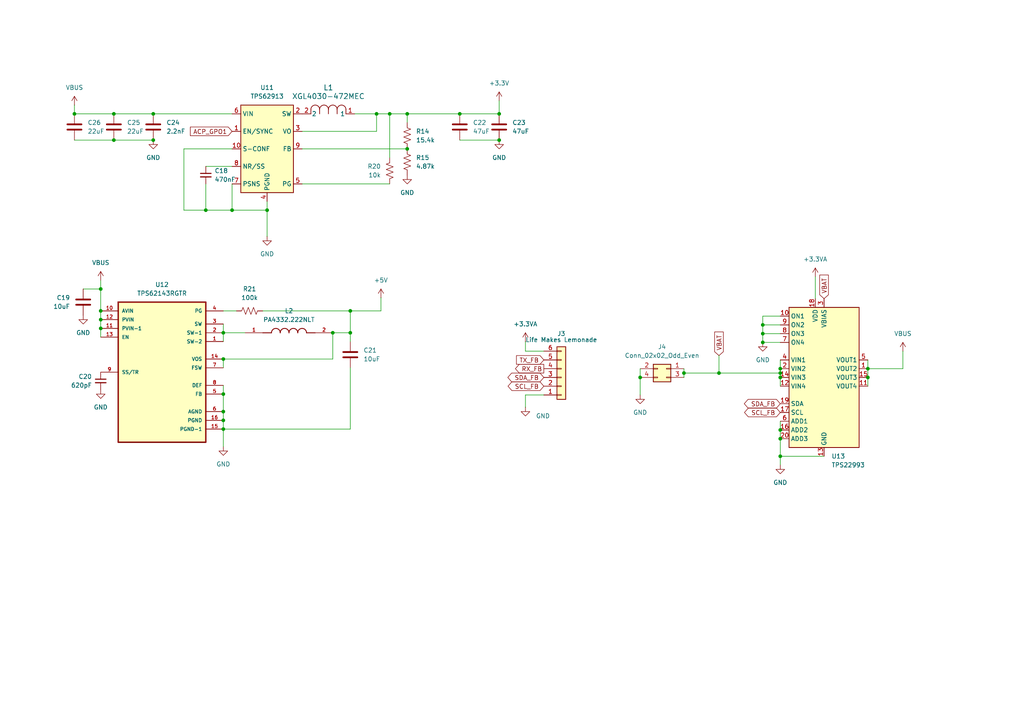
<source format=kicad_sch>
(kicad_sch (version 20250114) (generator "eeschema") (generator_version "9.0")
  (paper "A4")
  (lib_symbols
    (symbol "Connector_Generic:Conn_01x06" (pin_names (offset 1.016) (hide yes))
      (property "Reference" "J" (at 0 7.62 0))
      (property "Value" "Conn_01x06" (at 0 -10.16 0))
      (symbol "Conn_01x06_1_1"
        (rectangle (start -1.27 6.35) (end 1.27 -8.89) (stroke (width 0.254)) (fill (type background)))
        (rectangle (start -1.27 5.207) (end 0 4.953) (stroke (width 0.1524)))
        (rectangle (start -1.27 2.667) (end 0 2.413) (stroke (width 0.1524)))
        (rectangle (start -1.27 0.127) (end 0 -0.127) (stroke (width 0.1524)))
        (rectangle (start -1.27 -2.413) (end 0 -2.667) (stroke (width 0.1524)))
        (rectangle (start -1.27 -4.953) (end 0 -5.207) (stroke (width 0.1524)))
        (rectangle (start -1.27 -7.493) (end 0 -7.747) (stroke (width 0.1524)))
        (pin passive line (at -5.08 5.08 0) (length 3.81) (name "Pin_1") (number "1"))
        (pin passive line (at -5.08 2.54 0) (length 3.81) (name "Pin_2") (number "2"))
        (pin passive line (at -5.08 0 0) (length 3.81) (name "Pin_3") (number "3"))
        (pin passive line (at -5.08 -2.54 0) (length 3.81) (name "Pin_4") (number "4"))
        (pin passive line (at -5.08 -5.08 0) (length 3.81) (name "Pin_5") (number "5"))
        (pin passive line (at -5.08 -7.62 0) (length 3.81) (name "Pin_6") (number "6"))
      )
    )
    (symbol "Connector_Generic:Conn_02x02_Odd_Even" (pin_names (offset 1.016) (hide yes))
      (property "Reference" "J" (at 1.27 2.54 0))
      (property "Value" "Conn_02x02_Odd_Even" (at 1.27 -5.08 0))
      (symbol "Conn_02x02_Odd_Even_1_1"
        (rectangle (start -1.27 1.27) (end 3.81 -3.81) (stroke (width 0.254)) (fill (type background)))
        (rectangle (start -1.27 0.127) (end 0 -0.127) (stroke (width 0.1524)))
        (rectangle (start -1.27 -2.413) (end 0 -2.667) (stroke (width 0.1524)))
        (rectangle (start 3.81 0.127) (end 2.54 -0.127) (stroke (width 0.1524)))
        (rectangle (start 3.81 -2.413) (end 2.54 -2.667) (stroke (width 0.1524)))
        (pin passive line (at -5.08 0 0) (length 3.81) (name "Pin_1") (number "1"))
        (pin passive line (at -5.08 -2.54 0) (length 3.81) (name "Pin_3") (number "3"))
        (pin passive line (at 7.62 0 180) (length 3.81) (name "Pin_2") (number "2"))
        (pin passive line (at 7.62 -2.54 180) (length 3.81) (name "Pin_4") (number "4"))
      )
    )
    (symbol "Device:C" (pin_numbers (hide yes)) (pin_names (offset 0.254))
      (property "Reference" "C" (at 0.635 2.54 0))
      (property "Value" "C" (at 0.635 -2.54 0))
      (symbol "C_0_1"
        (polyline (pts (xy -2.032 0.762) (xy 2.032 0.762)) (stroke (width 0.508)))
        (polyline (pts (xy -2.032 -0.762) (xy 2.032 -0.762)) (stroke (width 0.508)))
      )
      (symbol "C_1_1"
        (pin passive line (at 0 3.81 270) (length 2.794) (name "~") (number "1"))
        (pin passive line (at 0 -3.81 90) (length 2.794) (name "~") (number "2"))
      )
    )
    (symbol "Device:C_Small" (pin_numbers (hide yes)) (pin_names (offset 0.254) (hide yes))
      (property "Reference" "C" (at 0.254 1.778 0))
      (property "Value" "C_Small" (at 0.254 -2.032 0))
      (symbol "C_Small_0_1"
        (polyline (pts (xy -1.524 0.508) (xy 1.524 0.508)) (stroke (width 0.3048)))
        (polyline (pts (xy -1.524 -0.508) (xy 1.524 -0.508)) (stroke (width 0.3302)))
      )
      (symbol "C_Small_1_1"
        (pin passive line (at 0 2.54 270) (length 2.032) (name "~") (number "1"))
        (pin passive line (at 0 -2.54 90) (length 2.032) (name "~") (number "2"))
      )
    )
    (symbol "Device:R_US" (pin_numbers (hide yes)) (pin_names (offset 0))
      (property "Reference" "R" (at 2.54 0 90))
      (property "Value" "R_US" (at -2.54 0 90))
      (symbol "R_US_0_1"
        (polyline (pts (xy 0 2.286) (xy 0 2.54)))
        (polyline (pts (xy 0 2.286) (xy 1.016 1.905) (xy 0 1.524) (xy -1.016 1.143) (xy 0 0.762)))
        (polyline (pts (xy 0 0.762) (xy 1.016 0.381) (xy 0 0) (xy -1.016 -0.381) (xy 0 -0.762)))
        (polyline (pts (xy 0 -0.762) (xy 1.016 -1.143) (xy 0 -1.524) (xy -1.016 -1.905) (xy 0 -2.286)))
        (polyline (pts (xy 0 -2.286) (xy 0 -2.54)))
      )
      (symbol "R_US_1_1"
        (pin passive line (at 0 3.81 270) (length 1.27) (name "~") (number "1"))
        (pin passive line (at 0 -3.81 90) (length 1.27) (name "~") (number "2"))
      )
    )
    (symbol "PA4332.222NLT:PA4332.222NLT" (pin_names (offset 1.016))
      (property "Reference" "L" (at -5.08 5.08 0))
      (property "Value" "PA4332.222NLT" (at -5.08 2.54 0))
      (symbol "PA4332.222NLT_0_0"
        (polyline (pts (xy -5.08 0) (xy -7.62 0)) (stroke (width 0.254)))
        (arc (start -5.08 0) (mid -3.81 1.2645) (end -2.54 0) (stroke (width 0.254)))
        (arc (start -2.54 0) (mid -1.27 1.2645) (end 0 0) (stroke (width 0.254)))
        (arc (start 0 0) (mid 1.27 1.2645) (end 2.54 0) (stroke (width 0.254)))
        (arc (start 2.54 0) (mid 3.81 1.2645) (end 5.08 0) (stroke (width 0.254)))
        (polyline (pts (xy 5.08 0) (xy 7.62 0)) (stroke (width 0.254)))
        (pin passive line (at -12.7 0 0) (length 5.08) (name "~") (number "1"))
        (pin passive line (at 12.7 0 180) (length 5.08) (name "~") (number "2"))
      )
    )
    (symbol "Power_Management:TPS22993"
      (property "Reference" "U" (at -10.16 21.59 0))
      (property "Value" "TPS22993" (at 10.16 21.59 0))
      (symbol "TPS22993_0_1"
        (rectangle (start -10.16 20.32) (end 10.16 -20.32) (stroke (width 0.254)) (fill (type background)))
      )
      (symbol "TPS22993_1_1"
        (pin input line (at -12.7 17.78 0) (length 2.54) (name "ON1") (number "10"))
        (pin input line (at -12.7 15.24 0) (length 2.54) (name "ON2") (number "9"))
        (pin input line (at -12.7 12.7 0) (length 2.54) (name "ON3") (number "8"))
        (pin input line (at -12.7 10.16 0) (length 2.54) (name "ON4") (number "7"))
        (pin passive line (at -12.7 5.08 0) (length 2.54) (name "VIN1") (number "4"))
        (pin passive line (at -12.7 2.54 0) (length 2.54) (name "VIN2") (number "2"))
        (pin passive line (at -12.7 0 0) (length 2.54) (name "VIN3") (number "14"))
        (pin passive line (at -12.7 -2.54 0) (length 2.54) (name "VIN4") (number "12"))
        (pin bidirectional line (at -12.7 -7.62 0) (length 2.54) (name "SDA") (number "19"))
        (pin input line (at -12.7 -10.16 0) (length 2.54) (name "SCL") (number "17"))
        (pin input line (at -12.7 -12.7 0) (length 2.54) (name "ADD1") (number "6"))
        (pin input line (at -12.7 -15.24 0) (length 2.54) (name "ADD2") (number "16"))
        (pin input line (at -12.7 -17.78 0) (length 2.54) (name "ADD3") (number "20"))
        (pin power_in line (at -2.54 22.86 270) (length 2.54) (name "VDD") (number "18"))
        (pin power_in line (at 0 22.86 270) (length 2.54) (name "VBIAS") (number "3"))
        (pin power_in line (at 0 -22.86 90) (length 2.54) (name "GND") (number "13"))
        (pin passive line (at 12.7 5.08 180) (length 2.54) (name "VOUT1") (number "5"))
        (pin passive line (at 12.7 2.54 180) (length 2.54) (name "VOUT2") (number "1"))
        (pin passive line (at 12.7 0 180) (length 2.54) (name "VOUT3") (number "15"))
        (pin passive line (at 12.7 -2.54 180) (length 2.54) (name "VOUT4") (number "11"))
      )
    )
    (symbol "Regulator_Switching:TPS62913"
      (property "Reference" "U" (at -6.35 13.97 0))
      (property "Value" "TPS62913" (at 5.334 -13.97 0))
      (symbol "TPS62913_1_1"
        (rectangle (start -7.62 12.7) (end 7.62 -12.7) (stroke (width 0.254)) (fill (type background)))
        (pin power_in line (at -10.16 10.16 0) (length 2.54) (name "VIN") (number "6"))
        (pin input line (at -10.16 5.08 0) (length 2.54) (name "EN/SYNC") (number "1"))
        (pin input line (at -10.16 0 0) (length 2.54) (name "S-CONF") (number "10"))
        (pin output line (at -10.16 -5.08 0) (length 2.54) (name "NR/SS") (number "8"))
        (pin input line (at -10.16 -10.16 0) (length 2.54) (name "PSNS") (number "7"))
        (pin power_in line (at 0 -15.24 90) (length 2.54) (name "PGND") (number "4"))
        (pin power_out line (at 10.16 10.16 180) (length 2.54) (name "SW") (number "2"))
        (pin input line (at 10.16 5.08 180) (length 2.54) (name "VO") (number "3"))
        (pin input line (at 10.16 0 180) (length 2.54) (name "FB") (number "9"))
        (pin output line (at 10.16 -10.16 180) (length 2.54) (name "PG") (number "5"))
      )
    )
    (symbol "TPS62143RGTR:TPS62143RGTR" (pin_names (offset 1.016))
      (property "Reference" "U" (at -12.7 21.32 0))
      (property "Value" "TPS62143RGTR" (at -12.7 -24.32 0))
      (symbol "TPS62143RGTR_0_0"
        (rectangle (start -12.7 -20.32) (end 12.7 20.32) (stroke (width 0.41)) (fill (type background)))
        (pin input line (at -17.78 17.78 0) (length 5.08) (name "AVIN") (number "10"))
        (pin input line (at -17.78 15.24 0) (length 5.08) (name "PVIN") (number "12"))
        (pin input line (at -17.78 12.7 0) (length 5.08) (name "PVIN-1") (number "11"))
        (pin input line (at -17.78 10.16 0) (length 5.08) (name "EN") (number "13"))
        (pin input line (at -17.78 0 0) (length 5.08) (name "SS/TR") (number "9"))
        (pin output line (at 17.78 17.78 180) (length 5.08) (name "PG") (number "4"))
        (pin output line (at 17.78 13.97 180) (length 5.08) (name "SW") (number "3"))
        (pin output line (at 17.78 11.43 180) (length 5.08) (name "SW-1") (number "2"))
        (pin output line (at 17.78 8.89 180) (length 5.08) (name "SW-2") (number "1"))
        (pin input line (at 17.78 3.81 180) (length 5.08) (name "VOS") (number "14"))
        (pin input line (at 17.78 1.27 180) (length 5.08) (name "FSW") (number "7"))
        (pin input line (at 17.78 -3.81 180) (length 5.08) (name "DEF") (number "8"))
        (pin input line (at 17.78 -6.35 180) (length 5.08) (name "FB") (number "5"))
        (pin power_in line (at 17.78 -11.43 180) (length 5.08) (name "AGND") (number "6"))
        (pin power_in line (at 17.78 -13.97 180) (length 5.08) (name "PGND") (number "16"))
        (pin power_in line (at 17.78 -16.51 180) (length 5.08) (name "PGND-1") (number "15"))
      )
    )
    (symbol "XGL4030-472MEC:XGL4030-472MEC" (pin_names (offset 0.254))
      (property "Reference" "L" (at 6.985 5.08 0))
      (property "Value" "XGL4030-472MEC" (at 6.985 -2.54 0))
      (symbol "XGL4030-472MEC_1_1"
        (polyline (pts (xy 2.54 0) (xy 2.54 1.27)) (stroke (width 0.2032)))
        (arc (start 2.54 1.27) (mid 3.81 2.5344) (end 5.08 1.27) (stroke (width 0.2032)))
        (polyline (pts (xy 5.08 0) (xy 5.08 1.27)) (stroke (width 0.2032)))
        (arc (start 5.08 1.27) (mid 6.35 2.5344) (end 7.62 1.27) (stroke (width 0.2032)))
        (polyline (pts (xy 7.62 0) (xy 7.62 1.27)) (stroke (width 0.2032)))
        (arc (start 7.62 1.27) (mid 8.89 2.5344) (end 10.16 1.27) (stroke (width 0.2032)))
        (polyline (pts (xy 10.16 0) (xy 10.16 1.27)) (stroke (width 0.2032)))
        (arc (start 10.16 1.27) (mid 11.43 2.5344) (end 12.7 1.27) (stroke (width 0.2032)))
        (polyline (pts (xy 12.7 0) (xy 12.7 1.27)) (stroke (width 0.2032)))
        (pin unspecified line (at 0 0 0) (length 2.54) (name "2") (number "2"))
        (pin unspecified line (at 15.24 0 180) (length 2.54) (name "1") (number "1"))
      )
      (symbol "XGL4030-472MEC_1_2"
        (arc (start -1.27 10.16) (mid -2.5344 11.43) (end -1.27 12.7) (stroke (width 0.2032)))
        (arc (start -1.27 7.62) (mid -2.5344 8.89) (end -1.27 10.16) (stroke (width 0.2032)))
        (arc (start -1.27 5.08) (mid -2.5344 6.35) (end -1.27 7.62) (stroke (width 0.2032)))
        (arc (start -1.27 2.54) (mid -2.5344 3.81) (end -1.27 5.08) (stroke (width 0.2032)))
        (polyline (pts (xy 0 12.7) (xy -1.27 12.7)) (stroke (width 0.2032)))
        (polyline (pts (xy 0 10.16) (xy -1.27 10.16)) (stroke (width 0.2032)))
        (polyline (pts (xy 0 7.62) (xy -1.27 7.62)) (stroke (width 0.2032)))
        (polyline (pts (xy 0 5.08) (xy -1.27 5.08)) (stroke (width 0.2032)))
        (polyline (pts (xy 0 2.54) (xy -1.27 2.54)) (stroke (width 0.2032)))
        (pin unspecified line (at 0 15.24 270) (length 2.54) (name "1") (number "1"))
        (pin unspecified line (at 0 0 90) (length 2.54) (name "2") (number "2"))
      )
    )
    (symbol "power:+3.3V" (power) (pin_numbers (hide yes)) (pin_names (offset 0) (hide yes))
      (property "Value" "+3.3V" (at 0 3.556 0))
      (symbol "+3.3V_0_1"
        (polyline (pts (xy -0.762 1.27) (xy 0 2.54)))
        (polyline (pts (xy 0 2.54) (xy 0.762 1.27)))
        (polyline (pts (xy 0 0) (xy 0 2.54)))
      )
      (symbol "+3.3V_1_1"
        (pin power_in line (at 0 0 90) (length 0) (name "~") (number "1"))
      )
    )
    (symbol "power:+3.3VA" (power) (pin_numbers (hide yes)) (pin_names (offset 0) (hide yes))
      (property "Value" "+3.3VA" (at 0 3.556 0))
      (symbol "+3.3VA_0_1"
        (polyline (pts (xy -0.762 1.27) (xy 0 2.54)))
        (polyline (pts (xy 0 2.54) (xy 0.762 1.27)))
        (polyline (pts (xy 0 0) (xy 0 2.54)))
      )
      (symbol "+3.3VA_1_1"
        (pin power_in line (at 0 0 90) (length 0) (name "~") (number "1"))
      )
    )
    (symbol "power:+5V" (power) (pin_numbers (hide yes)) (pin_names (offset 0) (hide yes))
      (property "Value" "+5V" (at 0 3.556 0))
      (symbol "+5V_0_1"
        (polyline (pts (xy -0.762 1.27) (xy 0 2.54)))
        (polyline (pts (xy 0 2.54) (xy 0.762 1.27)))
        (polyline (pts (xy 0 0) (xy 0 2.54)))
      )
      (symbol "+5V_1_1"
        (pin power_in line (at 0 0 90) (length 0) (name "~") (number "1"))
      )
    )
    (symbol "power:GND" (power) (pin_numbers (hide yes)) (pin_names (offset 0) (hide yes))
      (property "Value" "GND" (at 0 -3.81 0))
      (symbol "GND_0_1"
        (polyline (pts (xy 0 0) (xy 0 -1.27) (xy 1.27 -1.27) (xy 0 -2.54) (xy -1.27 -1.27) (xy 0 -1.27)))
      )
      (symbol "GND_1_1"
        (pin power_in line (at 0 0 270) (length 0) (name "~") (number "1"))
      )
    )
    (symbol "power:VBUS" (power) (pin_numbers (hide yes)) (pin_names (offset 0) (hide yes))
      (property "Value" "VBUS" (at 0 3.556 0))
      (symbol "VBUS_0_1"
        (polyline (pts (xy -0.762 1.27) (xy 0 2.54)))
        (polyline (pts (xy 0 2.54) (xy 0.762 1.27)))
        (polyline (pts (xy 0 0) (xy 0 2.54)))
      )
      (symbol "VBUS_1_1"
        (pin power_in line (at 0 0 90) (length 0) (name "~") (number "1"))
      )
    )
  )
  (junction (at 67.31 60.96))
  (junction (at 33.02 33.02))
  (junction (at 109.22 33.02))
  (junction (at 226.314 124.714))
  (junction (at 226.314 106.934))
  (junction (at 251.714 109.474))
  (junction (at 198.374 108.204))
  (junction (at 21.59 33.02))
  (junction (at 29.21 92.71))
  (junction (at 59.69 60.96))
  (junction (at 226.314 108.204))
  (junction (at 29.21 90.17))
  (junction (at 185.674 109.474))
  (junction (at 221.234 94.234))
  (junction (at 113.03 33.02))
  (junction (at 29.21 83.82))
  (junction (at 133.35 33.02))
  (junction (at 144.78 33.02))
  (junction (at 226.314 132.334))
  (junction (at 118.11 43.18))
  (junction (at 64.77 114.3))
  (junction (at 96.52 96.52))
  (junction (at 64.77 124.46))
  (junction (at 101.6 96.52))
  (junction (at 33.02 40.64))
  (junction (at 221.234 96.774))
  (junction (at 208.534 108.204))
  (junction (at 118.11 33.02))
  (junction (at 77.47 60.96))
  (junction (at 226.314 109.474))
  (junction (at 221.234 99.314))
  (junction (at 64.77 96.52))
  (junction (at 44.45 33.02))
  (junction (at 64.77 121.92))
  (junction (at 101.6 90.17))
  (junction (at 44.45 40.64))
  (junction (at 251.714 106.934))
  (junction (at 226.314 127.254))
  (junction (at 64.77 119.38))
  (junction (at 64.77 104.14))
  (junction (at 29.21 95.25))
  (junction (at 144.78 40.64))
  (wire (pts (xy 64.77 93.98) (xy 64.77 96.52)))
  (wire (pts (xy 21.59 33.02) (xy 33.02 33.02)))
  (wire (pts (xy 221.234 91.694) (xy 226.314 91.694)))
  (wire (pts (xy 226.314 132.334) (xy 239.014 132.334)))
  (wire (pts (xy 33.02 33.02) (xy 44.45 33.02)))
  (wire (pts (xy 208.534 108.204) (xy 226.314 108.204)))
  (wire (pts (xy 208.534 103.124) (xy 208.534 108.204)))
  (wire (pts (xy 221.234 94.234) (xy 226.314 94.234)))
  (wire (pts (xy 226.314 106.934) (xy 226.314 108.204)))
  (wire (pts (xy 29.21 81.28) (xy 29.21 83.82)))
  (wire (pts (xy 261.874 101.854) (xy 261.874 106.934)))
  (wire (pts (xy 118.11 35.56) (xy 118.11 33.02)))
  (wire (pts (xy 64.77 111.76) (xy 64.77 114.3)))
  (wire (pts (xy 64.77 96.52) (xy 71.12 96.52)))
  (wire (pts (xy 118.11 33.02) (xy 133.35 33.02)))
  (wire (pts (xy 53.34 43.18) (xy 53.34 60.96)))
  (wire (pts (xy 101.6 124.46) (xy 64.77 124.46)))
  (wire (pts (xy 101.6 96.52) (xy 101.6 99.06)))
  (wire (pts (xy 226.314 124.714) (xy 226.314 127.254)))
  (wire (pts (xy 198.374 108.204) (xy 208.534 108.204)))
  (wire (pts (xy 251.714 109.474) (xy 251.714 112.014)))
  (wire (pts (xy 64.77 121.92) (xy 64.77 124.46)))
  (wire (pts (xy 29.21 95.25) (xy 29.21 97.79)))
  (wire (pts (xy 198.374 108.204) (xy 198.374 109.474)))
  (wire (pts (xy 133.35 40.64) (xy 144.78 40.64)))
  (wire (pts (xy 221.234 96.774) (xy 226.314 96.774)))
  (wire (pts (xy 67.31 53.34) (xy 67.31 60.96)))
  (wire (pts (xy 226.314 109.474) (xy 226.314 112.014)))
  (wire (pts (xy 64.77 114.3) (xy 64.77 119.38)))
  (wire (pts (xy 77.47 68.58) (xy 77.47 60.96)))
  (wire (pts (xy 226.314 108.204) (xy 226.314 109.474)))
  (wire (pts (xy 251.714 104.394) (xy 251.714 106.934)))
  (wire (pts (xy 113.03 33.02) (xy 109.22 33.02)))
  (wire (pts (xy 152.4 101.854) (xy 157.734 101.854)))
  (wire (pts (xy 24.13 83.82) (xy 29.21 83.82)))
  (wire (pts (xy 96.52 104.14) (xy 96.52 96.52)))
  (wire (pts (xy 96.52 96.52) (xy 101.6 96.52)))
  (wire (pts (xy 144.78 29.21) (xy 144.78 33.02)))
  (wire (pts (xy 226.314 104.394) (xy 226.314 106.934)))
  (wire (pts (xy 102.87 33.02) (xy 109.22 33.02)))
  (wire (pts (xy 68.58 90.17) (xy 64.77 90.17)))
  (wire (pts (xy 185.674 106.934) (xy 185.674 109.474)))
  (wire (pts (xy 113.03 45.72) (xy 113.03 33.02)))
  (wire (pts (xy 110.49 86.36) (xy 110.49 90.17)))
  (wire (pts (xy 221.234 96.774) (xy 221.234 99.314)))
  (wire (pts (xy 29.21 92.71) (xy 29.21 95.25)))
  (wire (pts (xy 87.63 53.34) (xy 113.03 53.34)))
  (wire (pts (xy 236.474 80.264) (xy 236.474 86.614)))
  (wire (pts (xy 198.374 106.934) (xy 198.374 108.204)))
  (wire (pts (xy 152.4 114.554) (xy 152.4 118.11)))
  (wire (pts (xy 64.77 106.68) (xy 64.77 104.14)))
  (wire (pts (xy 21.59 40.64) (xy 33.02 40.64)))
  (wire (pts (xy 261.874 106.934) (xy 251.714 106.934)))
  (wire (pts (xy 221.234 99.314) (xy 226.314 99.314)))
  (wire (pts (xy 226.314 122.174) (xy 226.314 124.714)))
  (wire (pts (xy 251.714 106.934) (xy 251.714 109.474)))
  (wire (pts (xy 87.63 43.18) (xy 118.11 43.18)))
  (wire (pts (xy 64.77 104.14) (xy 96.52 104.14)))
  (wire (pts (xy 64.77 124.46) (xy 64.77 129.54)))
  (wire (pts (xy 67.31 43.18) (xy 53.34 43.18)))
  (wire (pts (xy 33.02 40.64) (xy 44.45 40.64)))
  (wire (pts (xy 87.63 38.1) (xy 109.22 38.1)))
  (wire (pts (xy 64.77 96.52) (xy 64.77 99.06)))
  (wire (pts (xy 101.6 90.17) (xy 110.49 90.17)))
  (wire (pts (xy 221.234 91.694) (xy 221.234 94.234)))
  (wire (pts (xy 109.22 33.02) (xy 109.22 38.1)))
  (wire (pts (xy 64.77 119.38) (xy 64.77 121.92)))
  (wire (pts (xy 185.674 109.474) (xy 185.674 114.554)))
  (wire (pts (xy 152.4 99.06) (xy 152.4 101.854)))
  (wire (pts (xy 133.35 33.02) (xy 144.78 33.02)))
  (wire (pts (xy 157.734 114.554) (xy 152.4 114.554)))
  (wire (pts (xy 59.69 53.34) (xy 59.69 60.96)))
  (wire (pts (xy 226.314 134.874) (xy 226.314 132.334)))
  (wire (pts (xy 101.6 90.17) (xy 101.6 96.52)))
  (wire (pts (xy 77.47 60.96) (xy 77.47 58.42)))
  (wire (pts (xy 67.31 33.02) (xy 44.45 33.02)))
  (wire (pts (xy 21.59 30.48) (xy 21.59 33.02)))
  (wire (pts (xy 76.2 90.17) (xy 101.6 90.17)))
  (wire (pts (xy 101.6 106.68) (xy 101.6 124.46)))
  (wire (pts (xy 53.34 60.96) (xy 59.69 60.96)))
  (wire (pts (xy 29.21 90.17) (xy 29.21 92.71)))
  (wire (pts (xy 59.69 60.96) (xy 67.31 60.96)))
  (wire (pts (xy 59.69 48.26) (xy 67.31 48.26)))
  (wire (pts (xy 118.11 33.02) (xy 113.03 33.02)))
  (wire (pts (xy 226.314 132.334) (xy 226.314 127.254)))
  (wire (pts (xy 29.21 83.82) (xy 29.21 90.17)))
  (wire (pts (xy 221.234 94.234) (xy 221.234 96.774)))
  (wire (pts (xy 67.31 60.96) (xy 77.47 60.96)))
  (global_label "RX_FB" (shape output) (at 157.734 106.934 180) (property "Intersheetrefs" "${INTERSHEET_REFS}" (effects (hide yes))))
  (global_label "SCL_FB" (shape bidirectional) (at 157.734 112.014 180) (property "Intersheetrefs" "${INTERSHEET_REFS}" (effects (hide yes))))
  (global_label "SDA_FB" (shape bidirectional) (at 226.314 117.094 180) (property "Intersheetrefs" "${INTERSHEET_REFS}" (effects (hide yes))))
  (global_label "VBAT" (shape input) (at 208.534 103.124 90) (property "Intersheetrefs" "${INTERSHEET_REFS}" (effects (hide yes))))
  (global_label "SCL_FB" (shape bidirectional) (at 226.314 119.634 180) (property "Intersheetrefs" "${INTERSHEET_REFS}" (effects (hide yes))))
  (global_label "VBAT" (shape input) (at 239.014 86.614 90) (property "Intersheetrefs" "${INTERSHEET_REFS}" (effects (hide yes))))
  (global_label "SDA_FB" (shape bidirectional) (at 157.734 109.474 180) (property "Intersheetrefs" "${INTERSHEET_REFS}" (effects (hide yes))))
  (global_label "ACP_GPO1" (shape input) (at 67.31 38.1 180) (property "Intersheetrefs" "${INTERSHEET_REFS}" (effects (hide yes))))
  (global_label "TX_FB" (shape input) (at 157.734 104.394 180) (property "Intersheetrefs" "${INTERSHEET_REFS}" (effects (hide yes))))
  (symbol (lib_id "power:+3.3VA") (at 236.474 80.264 0) (unit 1)
    (property "Reference" "#PWR067" (effects (hide yes)))
    (property "Value" "+3.3VA" (at 236.474 75.184 0))
    (property "Description" "Power symbol creates a global label with name \"+3.3VA\"" (effects (hide yes)))
  )
  (symbol (lib_id "Regulator_Switching:TPS62913") (at 77.47 43.18 0) (unit 1)
    (property "Reference" "U11" (at 77.47 25.4 0))
    (property "Value" "TPS62913" (at 77.47 27.94 0))
    (property "Footprint" "Package_DFN_QFN:Texas_RPU0010A_VQFN-HR-10_2x2mm_P0.5mm" (effects (hide yes)))
    (property "Datasheet" "https://www.ti.com/lit/ds/symlink/tps62912.pdf" (effects (hide yes)))
    (property "Description" "2.2MHz or 1MHz, 3A, Low Noise, Low Ripple, Buck Converter with Integrated Ferrite Bead Filter Compensation, VQFN-HR" (effects (hide yes)))
  )
  (symbol (lib_id "power:GND") (at 44.45 40.64 0) (unit 1)
    (property "Reference" "#PWR059" (effects (hide yes)))
    (property "Value" "GND" (at 44.45 45.72 0))
    (property "Description" "Power symbol creates a global label with name \"GND\" , ground" (effects (hide yes)))
  )
  (symbol (lib_id "Device:C") (at 101.6 102.87 0) (mirror y) (unit 1)
    (property "Reference" "C21" (at 105.41 101.5999 0) (effects (justify right)))
    (property "Value" "10uF" (at 105.41 104.1399 0) (effects (justify right)))
    (property "Footprint" "Capacitor_SMD:C_0603_1608Metric" (effects (hide yes)))
    (property "Description" "Unpolarized capacitor" (effects (hide yes)))
  )
  (symbol (lib_id "power:+5V") (at 110.49 86.36 0) (unit 1)
    (property "Reference" "#PWR057" (effects (hide yes)))
    (property "Value" "+5V" (at 110.49 81.28 0))
    (property "Description" "Power symbol creates a global label with name \"+5V\"" (effects (hide yes)))
  )
  (symbol (lib_id "power:GND") (at 64.77 129.54 0) (unit 1)
    (property "Reference" "#PWR056" (effects (hide yes)))
    (property "Value" "GND" (at 64.77 134.62 0))
    (property "Description" "Power symbol creates a global label with name \"GND\" , ground" (effects (hide yes)))
  )
  (symbol (lib_id "XGL4030-472MEC:XGL4030-472MEC") (at 87.63 33.02 0) (unit 1)
    (property "Reference" "L1" (at 95.25 25.4 0) (effects (font (size 1.524 1.524))))
    (property "Value" "XGL4030-472MEC" (at 95.25 27.94 0) (effects (font (size 1.524 1.524))))
    (property "Footprint" "IND_XGL4030_COC" (effects (hide yes)))
    (property "Datasheet" "XGL4030-472MEC" (effects (hide yes)))
  )
  (symbol (lib_id "Device:C") (at 21.59 36.83 0) (mirror y) (unit 1)
    (property "Reference" "C26" (at 25.4 35.5599 0) (effects (justify right)))
    (property "Value" "22uF" (at 25.4 38.0999 0) (effects (justify right)))
    (property "Footprint" "Capacitor_SMD:C_0603_1608Metric" (effects (hide yes)))
    (property "Description" "Unpolarized capacitor" (effects (hide yes)))
  )
  (symbol (lib_id "Power_Management:TPS22993") (at 239.014 109.474 0) (unit 1)
    (property "Reference" "U13" (at 241.1573 132.334 0) (effects (justify left)))
    (property "Value" "TPS22993" (at 241.1573 134.874 0) (effects (justify left)))
    (property "Footprint" "Package_DFN_QFN:Texas_S-PWQFN-N20" (effects (hide yes)))
    (property "Datasheet" "http://www.ti.com/lit/gpn/tps22993" (effects (hide yes)))
    (property "Description" "Quad Channel Load Switch with GPIO and I2C Control, Bias voltage: 4.5V-17.2V, Input voltage: 1.0V-3.6V, Max 1.2A per channel, WQFN-20" (effects (hide yes)))
  )
  (symbol (lib_id "Connector_Generic:Conn_01x06") (at 162.814 109.474 0) (mirror x) (unit 1)
    (property "Reference" "J3" (at 162.814 96.774 0))
    (property "Value" "Life Makes Lemonade" (at 162.814 98.552 0))
    (property "Footprint" "Connector_PinHeader_2.54mm:PinHeader_1x06_P2.54mm_Vertical" (effects (hide yes)))
  )
  (symbol (lib_id "Device:C_Small") (at 29.21 110.49 0) (mirror y) (unit 1)
    (property "Reference" "C20" (at 26.67 109.2262 0) (effects (justify left)))
    (property "Value" "620pF" (at 26.67 111.7662 0) (effects (justify left)))
    (property "Footprint" "Capacitor_SMD:C_0402_1005Metric" (effects (hide yes)))
    (property "Description" "Unpolarized capacitor, small symbol" (effects (hide yes)))
  )
  (symbol (lib_id "Device:C") (at 33.02 36.83 0) (mirror y) (unit 1)
    (property "Reference" "C25" (at 36.83 35.5599 0) (effects (justify right)))
    (property "Value" "22uF" (at 36.83 38.0999 0) (effects (justify right)))
    (property "Footprint" "Capacitor_SMD:C_0603_1608Metric" (effects (hide yes)))
    (property "Description" "Unpolarized capacitor" (effects (hide yes)))
  )
  (symbol (lib_id "power:GND") (at 29.21 113.03 0) (unit 1)
    (property "Reference" "#PWR055" (effects (hide yes)))
    (property "Value" "GND" (at 29.21 118.11 0))
    (property "Description" "Power symbol creates a global label with name \"GND\" , ground" (effects (hide yes)))
  )
  (symbol (lib_id "power:GND") (at 24.13 91.44 0) (unit 1)
    (property "Reference" "#PWR054" (effects (hide yes)))
    (property "Value" "GND" (at 24.13 96.52 0))
    (property "Description" "Power symbol creates a global label with name \"GND\" , ground" (effects (hide yes)))
  )
  (symbol (lib_id "Device:R_US") (at 118.11 46.99 0) (unit 1)
    (property "Reference" "R15" (at 120.65 45.7199 0) (effects (justify left)))
    (property "Value" "4.87k" (at 120.65 48.2599 0) (effects (justify left)))
    (property "Footprint" "Resistor_SMD:R_0402_1005Metric" (effects (hide yes)))
    (property "Description" "Resistor, US symbol" (effects (hide yes)))
  )
  (symbol (lib_id "power:GND") (at 185.674 114.554 0) (unit 1)
    (property "Reference" "#PWR062" (effects (hide yes)))
    (property "Value" "GND" (at 185.674 119.634 0))
    (property "Description" "Power symbol creates a global label with name \"GND\" , ground" (effects (hide yes)))
  )
  (symbol (lib_id "power:GND") (at 221.234 99.314 0) (unit 1)
    (property "Reference" "#PWR068" (effects (hide yes)))
    (property "Value" "GND" (at 221.234 104.394 0))
    (property "Description" "Power symbol creates a global label with name \"GND\" , ground" (effects (hide yes)))
  )
  (symbol (lib_id "TPS62143RGTR:TPS62143RGTR") (at 46.99 107.95 0) (unit 1)
    (property "Reference" "U12" (at 46.99 82.55 0))
    (property "Value" "TPS62143RGTR" (at 46.99 85.09 0))
    (property "Footprint" "footprints:QFN50P300X300X100-17N" (effects (hide yes)))
  )
  (symbol (lib_id "power:+3.3VA") (at 152.4 99.06 0) (unit 1)
    (property "Reference" "#PWR060" (effects (hide yes)))
    (property "Value" "+3.3VA" (at 152.4 93.98 0))
    (property "Description" "Power symbol creates a global label with name \"+3.3VA\"" (effects (hide yes)))
  )
  (symbol (lib_id "Device:C") (at 44.45 36.83 0) (mirror y) (unit 1)
    (property "Reference" "C24" (at 48.26 35.5599 0) (effects (justify right)))
    (property "Value" "2.2nF" (at 48.26 38.0999 0) (effects (justify right)))
    (property "Footprint" "Capacitor_SMD:C_0603_1608Metric" (effects (hide yes)))
    (property "Description" "Unpolarized capacitor" (effects (hide yes)))
  )
  (symbol (lib_id "power:GND") (at 77.47 68.58 0) (unit 1)
    (property "Reference" "#PWR050" (effects (hide yes)))
    (property "Value" "GND" (at 77.47 73.66 0))
    (property "Description" "Power symbol creates a global label with name \"GND\" , ground" (effects (hide yes)))
  )
  (symbol (lib_id "power:VBUS") (at 29.21 81.28 0) (unit 1)
    (property "Reference" "#PWR053" (effects (hide yes)))
    (property "Value" "VBUS" (at 29.21 76.2 0))
    (property "Description" "Power symbol creates a global label with name \"VBUS\"" (effects (hide yes)))
  )
  (symbol (lib_id "power:+3.3V") (at 144.78 29.21 0) (unit 1)
    (property "Reference" "#PWR052" (effects (hide yes)))
    (property "Value" "+3.3V" (at 144.78 24.13 0))
    (property "Description" "Power symbol creates a global label with name \"+3.3V\"" (effects (hide yes)))
  )
  (symbol (lib_id "Connector_Generic:Conn_02x02_Odd_Even") (at 193.294 106.934 0) (mirror y) (unit 1)
    (property "Reference" "J4" (at 192.024 100.584 0))
    (property "Value" "Conn_02x02_Odd_Even" (at 192.024 103.124 0))
    (property "Footprint" "Connector_Hirose:Hirose_DF11-4DP-2DSA_2x02_P2.00mm_Vertical" (effects (hide yes)))
    (property "Description" "Generic connector, double row, 02x02, odd/even pin numbering scheme (row 1 odd numbers, row 2 even numbers), script generated (kicad-library-utils/schlib/autogen/connector/)" (effects (hide yes)))
  )
  (symbol (lib_id "power:GND") (at 152.4 118.11 0) (unit 1)
    (property "Reference" "#PWR061" (effects (hide yes)))
    (property "Value" "GND" (at 157.48 120.65 0))
  )
  (symbol (lib_id "power:GND") (at 144.78 40.64 0) (unit 1)
    (property "Reference" "#PWR058" (effects (hide yes)))
    (property "Value" "GND" (at 144.78 45.72 0))
    (property "Description" "Power symbol creates a global label with name \"GND\" , ground" (effects (hide yes)))
  )
  (symbol (lib_id "power:VBUS") (at 261.874 101.854 0) (unit 1)
    (property "Reference" "#PWR065" (effects (hide yes)))
    (property "Value" "VBUS" (at 261.874 96.774 0))
    (property "Description" "Power symbol creates a global label with name \"VBUS\"" (effects (hide yes)))
  )
  (symbol (lib_id "power:GND") (at 118.11 50.8 0) (unit 1)
    (property "Reference" "#PWR051" (effects (hide yes)))
    (property "Value" "GND" (at 118.11 55.88 0))
    (property "Description" "Power symbol creates a global label with name \"GND\" , ground" (effects (hide yes)))
  )
  (symbol (lib_id "Device:R_US") (at 113.03 49.53 0) (mirror y) (unit 1)
    (property "Reference" "R20" (at 110.49 48.2599 0) (effects (justify left)))
    (property "Value" "10k" (at 110.49 50.7999 0) (effects (justify left)))
    (property "Footprint" "Resistor_SMD:R_0402_1005Metric" (effects (hide yes)))
    (property "Description" "Resistor, US symbol" (effects (hide yes)))
  )
  (symbol (lib_id "Device:C_Small") (at 59.69 50.8 0) (unit 1)
    (property "Reference" "C18" (at 62.23 49.5362 0) (effects (justify left)))
    (property "Value" "470nF" (at 62.23 52.0762 0) (effects (justify left)))
    (property "Footprint" "Capacitor_SMD:C_0402_1005Metric" (effects (hide yes)))
    (property "Description" "Unpolarized capacitor, small symbol" (effects (hide yes)))
  )
  (symbol (lib_id "power:VBUS") (at 21.59 30.48 0) (unit 1)
    (property "Reference" "#PWR049" (effects (hide yes)))
    (property "Value" "VBUS" (at 21.59 25.4 0))
    (property "Description" "Power symbol creates a global label with name \"VBUS\"" (effects (hide yes)))
  )
  (symbol (lib_id "Device:C") (at 24.13 87.63 0) (unit 1)
    (property "Reference" "C19" (at 20.32 86.3599 0) (effects (justify right)))
    (property "Value" "10uF" (at 20.32 88.8999 0) (effects (justify right)))
    (property "Footprint" "Capacitor_SMD:C_0603_1608Metric" (effects (hide yes)))
    (property "Description" "Unpolarized capacitor" (effects (hide yes)))
  )
  (symbol (lib_id "Device:R_US") (at 118.11 39.37 0) (unit 1)
    (property "Reference" "R14" (at 120.65 38.0999 0) (effects (justify left)))
    (property "Value" "15.4k" (at 120.65 40.6399 0) (effects (justify left)))
    (property "Footprint" "Resistor_SMD:R_0402_1005Metric" (effects (hide yes)))
    (property "Description" "Resistor, US symbol" (effects (hide yes)))
  )
  (symbol (lib_id "power:GND") (at 226.314 134.874 0) (unit 1)
    (property "Reference" "#PWR066" (effects (hide yes)))
    (property "Value" "GND" (at 226.314 139.954 0))
    (property "Description" "Power symbol creates a global label with name \"GND\" , ground" (effects (hide yes)))
  )
  (symbol (lib_id "Device:C") (at 144.78 36.83 0) (mirror y) (unit 1)
    (property "Reference" "C23" (at 148.59 35.5599 0) (effects (justify right)))
    (property "Value" "47uF" (at 148.59 38.0999 0) (effects (justify right)))
    (property "Footprint" "Capacitor_SMD:C_0603_1608Metric" (effects (hide yes)))
    (property "Description" "Unpolarized capacitor" (effects (hide yes)))
  )
  (symbol (lib_id "PA4332.222NLT:PA4332.222NLT") (at 83.82 96.52 0) (unit 1)
    (property "Reference" "L2" (at 83.82 90.17 0))
    (property "Value" "PA4332.222NLT" (at 83.82 92.71 0))
    (property "Footprint" "footprints:IND_PA4332.222NLT" (effects (hide yes)))
    (property "PARTREV" "12/23" (effects (hide yes)))
    (property "STANDARD" "Manufacturer Recommendations" (effects (hide yes)))
    (property "MAXIMUM_PACKAGE_HEIGHT" "2.0 mm" (effects (hide yes)))
    (property "MANUFACTURER" "Pulse" (effects (hide yes)))
  )
  (symbol (lib_id "Device:R_US") (at 72.39 90.17 90) (unit 1)
    (property "Reference" "R21" (at 72.39 83.82 90))
    (property "Value" "100k" (at 72.39 86.36 90))
    (property "Footprint" "Resistor_SMD:R_0402_1005Metric" (effects (hide yes)))
    (property "Description" "Resistor, US symbol" (effects (hide yes)))
  )
  (symbol (lib_id "Device:C") (at 133.35 36.83 0) (mirror y) (unit 1)
    (property "Reference" "C22" (at 137.16 35.5599 0) (effects (justify right)))
    (property "Value" "47uF" (at 137.16 38.0999 0) (effects (justify right)))
    (property "Footprint" "Capacitor_SMD:C_0603_1608Metric" (effects (hide yes)))
    (property "Description" "Unpolarized capacitor" (effects (hide yes)))
  )
)
</source>
